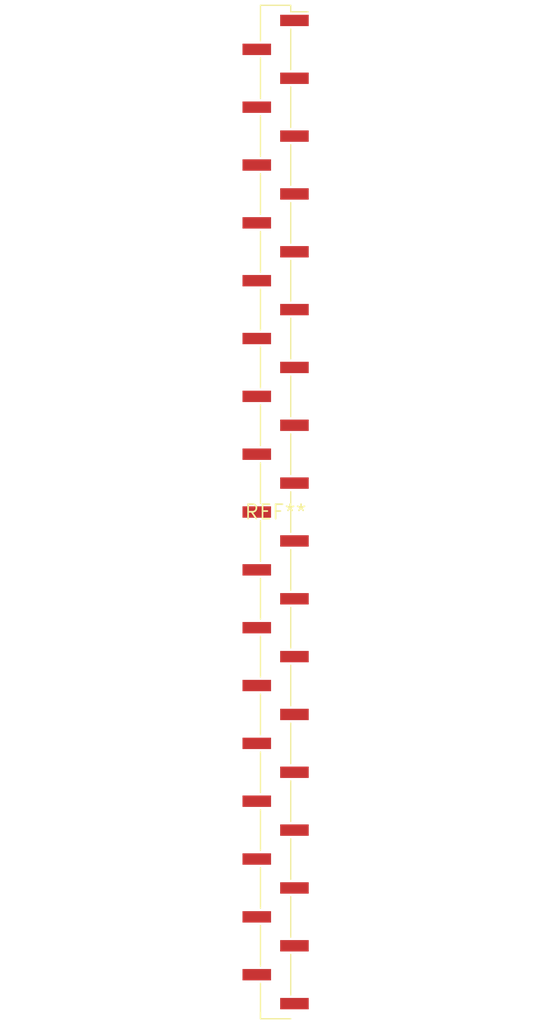
<source format=kicad_pcb>
(kicad_pcb (version 20240108) (generator pcbnew)
  (layers (0 "F.Cu" signal) (31 "B.Cu" signal) (34 "B.Paste" user) (35 "F.Paste" user) (36 "B.SilkS" user "B.Silkscreen") (37 "F.SilkS" user "F.Silkscreen") (38 "B.Mask" user) (39 "F.Mask" user) (44 "Edge.Cuts" user))
  (net 0 "")
  (footprint "PinHeader_1x35_P2.54mm_Vertical_SMD_Pin1Right" (layer "F.Cu") (at 0 0)
    (property "Reference" "REF**")
    (property "Value" "PinHeader_1x35_P2.54mm_Vertical_SMD_Pin1Right")
    (fp_line (start -1.33 -44.51) (end -1.33 -41.4) (layer "F.SilkS") (stroke (width 0.12)))
    (fp_line (start -1.33 -44.51) (end 1.33 -44.51) (layer "F.SilkS") (stroke (width 0.12)))
    (fp_line (start -1.33 -39.88) (end -1.33 -36.32) (layer "F.SilkS") (stroke (width 0.12)))
    (fp_line (start -1.33 -34.8) (end -1.33 -31.24) (layer "F.SilkS") (stroke (width 0.12)))
    (fp_line (start -1.33 -29.72) (end -1.33 -26.16) (layer "F.SilkS") (stroke (width 0.12)))
    (fp_line (start -1.33 -24.64) (end -1.33 -21.08) (layer "F.SilkS") (stroke (width 0.12)))
    (fp_line (start -1.33 -19.56) (end -1.33 -16) (layer "F.SilkS") (stroke (width 0.12)))
    (fp_line (start -1.33 -14.48) (end -1.33 -10.92) (layer "F.SilkS") (stroke (width 0.12)))
    (fp_line (start -1.33 -9.4) (end -1.33 -5.84) (layer "F.SilkS") (stroke (width 0.12)))
    (fp_line (start -1.33 -4.32) (end -1.33 -0.76) (layer "F.SilkS") (stroke (width 0.12)))
    (fp_line (start -1.33 0.76) (end -1.33 4.32) (layer "F.SilkS") (stroke (width 0.12)))
    (fp_line (start -1.33 5.84) (end -1.33 9.4) (layer "F.SilkS") (stroke (width 0.12)))
    (fp_line (start -1.33 10.92) (end -1.33 14.48) (layer "F.SilkS") (stroke (width 0.12)))
    (fp_line (start -1.33 16) (end -1.33 19.56) (layer "F.SilkS") (stroke (width 0.12)))
    (fp_line (start -1.33 21.08) (end -1.33 24.64) (layer "F.SilkS") (stroke (width 0.12)))
    (fp_line (start -1.33 26.16) (end -1.33 29.72) (layer "F.SilkS") (stroke (width 0.12)))
    (fp_line (start -1.33 31.24) (end -1.33 34.8) (layer "F.SilkS") (stroke (width 0.12)))
    (fp_line (start -1.33 36.32) (end -1.33 39.88) (layer "F.SilkS") (stroke (width 0.12)))
    (fp_line (start -1.33 41.4) (end -1.33 44.51) (layer "F.SilkS") (stroke (width 0.12)))
    (fp_line (start -1.33 43.94) (end -1.33 44.51) (layer "F.SilkS") (stroke (width 0.12)))
    (fp_line (start -1.33 44.51) (end 1.33 44.51) (layer "F.SilkS") (stroke (width 0.12)))
    (fp_line (start 1.33 -44.51) (end 1.33 -43.94) (layer "F.SilkS") (stroke (width 0.12)))
    (fp_line (start 1.33 -43.94) (end 2.85 -43.94) (layer "F.SilkS") (stroke (width 0.12)))
    (fp_line (start 1.33 -42.42) (end 1.33 -38.86) (layer "F.SilkS") (stroke (width 0.12)))
    (fp_line (start 1.33 -37.34) (end 1.33 -33.78) (layer "F.SilkS") (stroke (width 0.12)))
    (fp_line (start 1.33 -32.26) (end 1.33 -28.7) (layer "F.SilkS") (stroke (width 0.12)))
    (fp_line (start 1.33 -27.18) (end 1.33 -23.62) (layer "F.SilkS") (stroke (width 0.12)))
    (fp_line (start 1.33 -22.1) (end 1.33 -18.54) (layer "F.SilkS") (stroke (width 0.12)))
    (fp_line (start 1.33 -17.02) (end 1.33 -13.46) (layer "F.SilkS") (stroke (width 0.12)))
    (fp_line (start 1.33 -11.94) (end 1.33 -8.38) (layer "F.SilkS") (stroke (width 0.12)))
    (fp_line (start 1.33 -6.86) (end 1.33 -3.3) (layer "F.SilkS") (stroke (width 0.12)))
    (fp_line (start 1.33 -1.78) (end 1.33 1.78) (layer "F.SilkS") (stroke (width 0.12)))
    (fp_line (start 1.33 3.3) (end 1.33 6.86) (layer "F.SilkS") (stroke (width 0.12)))
    (fp_line (start 1.33 8.38) (end 1.33 11.94) (layer "F.SilkS") (stroke (width 0.12)))
    (fp_line (start 1.33 13.46) (end 1.33 17.02) (layer "F.SilkS") (stroke (width 0.12)))
    (fp_line (start 1.33 18.54) (end 1.33 22.1) (layer "F.SilkS") (stroke (width 0.12)))
    (fp_line (start 1.33 23.62) (end 1.33 27.18) (layer "F.SilkS") (stroke (width 0.12)))
    (fp_line (start 1.33 28.7) (end 1.33 32.26) (layer "F.SilkS") (stroke (width 0.12)))
    (fp_line (start 1.33 33.78) (end 1.33 37.34) (layer "F.SilkS") (stroke (width 0.12)))
    (fp_line (start 1.33 38.86) (end 1.33 42.42) (layer "F.SilkS") (stroke (width 0.12)))
    (pad "1" smd rect (at 1.655 -43.18) (size 2.51 1) (layers "F.Cu" "F.Paste" "F.Mask"))
    (pad "2" smd rect (at -1.655 -40.64) (size 2.51 1) (layers "F.Cu" "F.Paste" "F.Mask"))
    (pad "3" smd rect (at 1.655 -38.1) (size 2.51 1) (layers "F.Cu" "F.Paste" "F.Mask"))
    (pad "4" smd rect (at -1.655 -35.56) (size 2.51 1) (layers "F.Cu" "F.Paste" "F.Mask"))
    (pad "5" smd rect (at 1.655 -33.02) (size 2.51 1) (layers "F.Cu" "F.Paste" "F.Mask"))
    (pad "6" smd rect (at -1.655 -30.48) (size 2.51 1) (layers "F.Cu" "F.Paste" "F.Mask"))
    (pad "7" smd rect (at 1.655 -27.94) (size 2.51 1) (layers "F.Cu" "F.Paste" "F.Mask"))
    (pad "8" smd rect (at -1.655 -25.4) (size 2.51 1) (layers "F.Cu" "F.Paste" "F.Mask"))
    (pad "9" smd rect (at 1.655 -22.86) (size 2.51 1) (layers "F.Cu" "F.Paste" "F.Mask"))
    (pad "10" smd rect (at -1.655 -20.32) (size 2.51 1) (layers "F.Cu" "F.Paste" "F.Mask"))
    (pad "11" smd rect (at 1.655 -17.78) (size 2.51 1) (layers "F.Cu" "F.Paste" "F.Mask"))
    (pad "12" smd rect (at -1.655 -15.24) (size 2.51 1) (layers "F.Cu" "F.Paste" "F.Mask"))
    (pad "13" smd rect (at 1.655 -12.7) (size 2.51 1) (layers "F.Cu" "F.Paste" "F.Mask"))
    (pad "14" smd rect (at -1.655 -10.16) (size 2.51 1) (layers "F.Cu" "F.Paste" "F.Mask"))
    (pad "15" smd rect (at 1.655 -7.62) (size 2.51 1) (layers "F.Cu" "F.Paste" "F.Mask"))
    (pad "16" smd rect (at -1.655 -5.08) (size 2.51 1) (layers "F.Cu" "F.Paste" "F.Mask"))
    (pad "17" smd rect (at 1.655 -2.54) (size 2.51 1) (layers "F.Cu" "F.Paste" "F.Mask"))
    (pad "18" smd rect (at -1.655 0) (size 2.51 1) (layers "F.Cu" "F.Paste" "F.Mask"))
    (pad "19" smd rect (at 1.655 2.54) (size 2.51 1) (layers "F.Cu" "F.Paste" "F.Mask"))
    (pad "20" smd rect (at -1.655 5.08) (size 2.51 1) (layers "F.Cu" "F.Paste" "F.Mask"))
    (pad "21" smd rect (at 1.655 7.62) (size 2.51 1) (layers "F.Cu" "F.Paste" "F.Mask"))
    (pad "22" smd rect (at -1.655 10.16) (size 2.51 1) (layers "F.Cu" "F.Paste" "F.Mask"))
    (pad "23" smd rect (at 1.655 12.7) (size 2.51 1) (layers "F.Cu" "F.Paste" "F.Mask"))
    (pad "24" smd rect (at -1.655 15.24) (size 2.51 1) (layers "F.Cu" "F.Paste" "F.Mask"))
    (pad "25" smd rect (at 1.655 17.78) (size 2.51 1) (layers "F.Cu" "F.Paste" "F.Mask"))
    (pad "26" smd rect (at -1.655 20.32) (size 2.51 1) (layers "F.Cu" "F.Paste" "F.Mask"))
    (pad "27" smd rect (at 1.655 22.86) (size 2.51 1) (layers "F.Cu" "F.Paste" "F.Mask"))
    (pad "28" smd rect (at -1.655 25.4) (size 2.51 1) (layers "F.Cu" "F.Paste" "F.Mask"))
    (pad "29" smd rect (at 1.655 27.94) (size 2.51 1) (layers "F.Cu" "F.Paste" "F.Mask"))
    (pad "30" smd rect (at -1.655 30.48) (size 2.51 1) (layers "F.Cu" "F.Paste" "F.Mask"))
    (pad "31" smd rect (at 1.655 33.02) (size 2.51 1) (layers "F.Cu" "F.Paste" "F.Mask"))
    (pad "32" smd rect (at -1.655 35.56) (size 2.51 1) (layers "F.Cu" "F.Paste" "F.Mask"))
    (pad "33" smd rect (at 1.655 38.1) (size 2.51 1) (layers "F.Cu" "F.Paste" "F.Mask"))
    (pad "34" smd rect (at -1.655 40.64) (size 2.51 1) (layers "F.Cu" "F.Paste" "F.Mask"))
    (pad "35" smd rect (at 1.655 43.18) (size 2.51 1) (layers "F.Cu" "F.Paste" "F.Mask"))
  )
)
</source>
